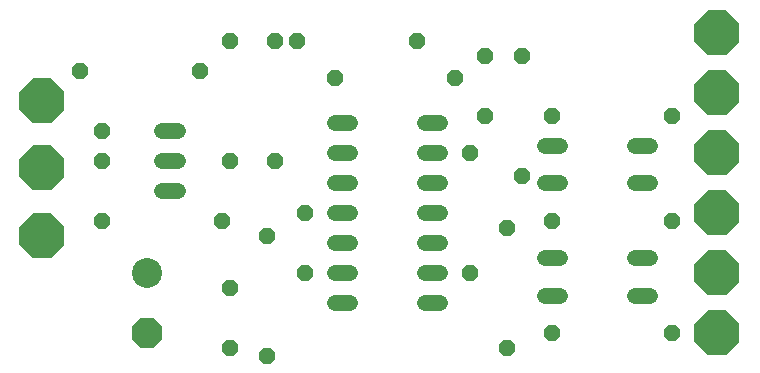
<source format=gbr>
G75*
G70*
%OFA0B0*%
%FSLAX24Y24*%
%IPPOS*%
%LPD*%
%AMOC8*
5,1,8,0,0,1.08239X$1,22.5*
%
%ADD10OC8,0.0520*%
%ADD11C,0.0520*%
%ADD12OC8,0.1500*%
%ADD13C,0.1000*%
%ADD14OC8,0.1000*%
D10*
X008351Y001101D03*
X009601Y000851D03*
X008351Y003101D03*
X010851Y003601D03*
X009601Y004851D03*
X010851Y005601D03*
X008101Y005351D03*
X004101Y005351D03*
X004101Y007351D03*
X004101Y008351D03*
X003351Y010351D03*
X007351Y010351D03*
X008351Y011351D03*
X009851Y011351D03*
X010601Y011351D03*
X011851Y010101D03*
X014601Y011351D03*
X015851Y010101D03*
X016851Y010851D03*
X018101Y010851D03*
X019101Y008851D03*
X016851Y008851D03*
X016351Y007601D03*
X018101Y006851D03*
X019101Y005351D03*
X017601Y005101D03*
X016351Y003601D03*
X019101Y001601D03*
X017601Y001101D03*
X023101Y001601D03*
X023101Y005351D03*
X023101Y008851D03*
X009851Y007351D03*
X008351Y007351D03*
D11*
X006611Y007351D02*
X006091Y007351D01*
X006091Y008351D02*
X006611Y008351D01*
X006611Y006351D02*
X006091Y006351D01*
X011841Y006601D02*
X012361Y006601D01*
X012361Y007601D02*
X011841Y007601D01*
X011841Y008601D02*
X012361Y008601D01*
X014841Y008601D02*
X015361Y008601D01*
X015361Y007601D02*
X014841Y007601D01*
X014841Y006601D02*
X015361Y006601D01*
X015361Y005601D02*
X014841Y005601D01*
X014841Y004601D02*
X015361Y004601D01*
X015361Y003601D02*
X014841Y003601D01*
X014841Y002601D02*
X015361Y002601D01*
X012361Y002601D02*
X011841Y002601D01*
X011841Y003601D02*
X012361Y003601D01*
X012361Y004601D02*
X011841Y004601D01*
X011841Y005601D02*
X012361Y005601D01*
X018841Y006601D02*
X019361Y006601D01*
X019361Y007851D02*
X018841Y007851D01*
X021841Y007851D02*
X022361Y007851D01*
X022361Y006601D02*
X021841Y006601D01*
X021841Y004101D02*
X022361Y004101D01*
X022361Y002851D02*
X021841Y002851D01*
X019361Y002851D02*
X018841Y002851D01*
X018841Y004101D02*
X019361Y004101D01*
D12*
X024601Y003601D03*
X024601Y005601D03*
X024601Y007601D03*
X024601Y009601D03*
X024601Y011601D03*
X024601Y001601D03*
X002101Y004851D03*
X002101Y007101D03*
X002101Y009351D03*
D13*
X005601Y003601D03*
D14*
X005601Y001601D03*
M02*

</source>
